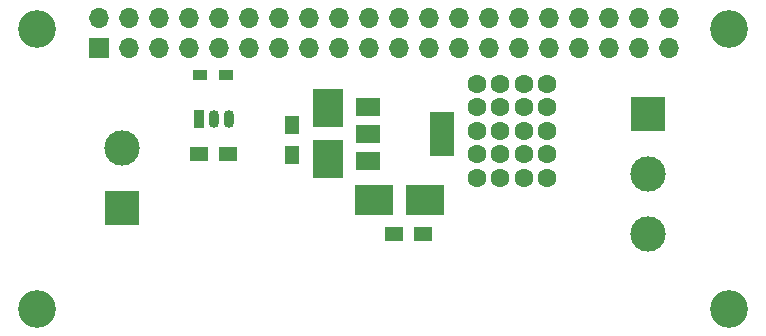
<source format=gts>
G04 #@! TF.GenerationSoftware,KiCad,Pcbnew,5.0.0-fee4fd1~66~ubuntu16.04.1*
G04 #@! TF.CreationDate,2018-08-08T16:47:19+03:00*
G04 #@! TF.ProjectId,rpi_zero_ws2812,7270695F7A65726F5F7773323831322E,rev?*
G04 #@! TF.SameCoordinates,Original*
G04 #@! TF.FileFunction,Soldermask,Top*
G04 #@! TF.FilePolarity,Negative*
%FSLAX46Y46*%
G04 Gerber Fmt 4.6, Leading zero omitted, Abs format (unit mm)*
G04 Created by KiCad (PCBNEW 5.0.0-fee4fd1~66~ubuntu16.04.1) date Wed Aug  8 16:47:19 2018*
%MOMM*%
%LPD*%
G01*
G04 APERTURE LIST*
%ADD10C,1.600000*%
%ADD11C,3.200000*%
%ADD12O,1.700000X1.700000*%
%ADD13R,1.700000X1.700000*%
%ADD14R,1.500000X1.250000*%
%ADD15R,3.200000X2.500000*%
%ADD16R,2.500000X3.200000*%
%ADD17R,1.250000X1.500000*%
%ADD18R,2.000000X1.500000*%
%ADD19R,2.000000X3.800000*%
%ADD20R,1.200000X0.900000*%
%ADD21R,0.900000X1.500000*%
%ADD22O,0.900000X1.500000*%
%ADD23R,2.999740X2.999740*%
%ADD24C,2.999740*%
G04 APERTURE END LIST*
D10*
G04 #@! TO.C,REF\002A\002A*
X155911880Y-95259420D03*
G04 #@! TD*
G04 #@! TO.C,REF\002A\002A*
X149911880Y-95259420D03*
G04 #@! TD*
G04 #@! TO.C,REF\002A\002A*
X151911880Y-95259420D03*
G04 #@! TD*
G04 #@! TO.C,REF\002A\002A*
X153911880Y-95259420D03*
G04 #@! TD*
G04 #@! TO.C,REF\002A\002A*
X155911880Y-87259420D03*
G04 #@! TD*
G04 #@! TO.C,REF\002A\002A*
X155911880Y-89259420D03*
G04 #@! TD*
G04 #@! TO.C,REF\002A\002A*
X155911880Y-91259420D03*
G04 #@! TD*
G04 #@! TO.C,REF\002A\002A*
X155911880Y-93259420D03*
G04 #@! TD*
G04 #@! TO.C,REF\002A\002A*
X153911880Y-87259420D03*
G04 #@! TD*
G04 #@! TO.C,REF\002A\002A*
X153911880Y-89259420D03*
G04 #@! TD*
G04 #@! TO.C,REF\002A\002A*
X153911880Y-91259420D03*
G04 #@! TD*
G04 #@! TO.C,REF\002A\002A*
X153911880Y-93259420D03*
G04 #@! TD*
G04 #@! TO.C,REF\002A\002A*
X151911880Y-87259420D03*
G04 #@! TD*
G04 #@! TO.C,REF\002A\002A*
X151911880Y-89259420D03*
G04 #@! TD*
G04 #@! TO.C,REF\002A\002A*
X151911880Y-91259420D03*
G04 #@! TD*
G04 #@! TO.C,REF\002A\002A*
X151911880Y-93259420D03*
G04 #@! TD*
G04 #@! TO.C,REF\002A\002A*
X149911880Y-87259420D03*
G04 #@! TD*
G04 #@! TO.C,REF\002A\002A*
X149911880Y-89259420D03*
G04 #@! TD*
G04 #@! TO.C,REF\002A\002A*
X149911880Y-91259420D03*
G04 #@! TD*
G04 #@! TO.C,REF\002A\002A*
X149911880Y-93259420D03*
G04 #@! TD*
D11*
G04 #@! TO.C,REF\002A\002A*
X112711880Y-82659420D03*
G04 #@! TD*
G04 #@! TO.C,REF\002A\002A*
X112711880Y-106359420D03*
G04 #@! TD*
G04 #@! TO.C,REF\002A\002A*
X171311880Y-106359420D03*
G04 #@! TD*
G04 #@! TO.C,REF\002A\002A*
X171311880Y-82659420D03*
G04 #@! TD*
D12*
G04 #@! TO.C,J1*
X166171880Y-81719420D03*
X166171880Y-84259420D03*
X163631880Y-81719420D03*
X163631880Y-84259420D03*
X161091880Y-81719420D03*
X161091880Y-84259420D03*
X158551880Y-81719420D03*
X158551880Y-84259420D03*
X156011880Y-81719420D03*
X156011880Y-84259420D03*
X153471880Y-81719420D03*
X153471880Y-84259420D03*
X150931880Y-81719420D03*
X150931880Y-84259420D03*
X148391880Y-81719420D03*
X148391880Y-84259420D03*
X145851880Y-81719420D03*
X145851880Y-84259420D03*
X143311880Y-81719420D03*
X143311880Y-84259420D03*
X140771880Y-81719420D03*
X140771880Y-84259420D03*
X138231880Y-81719420D03*
X138231880Y-84259420D03*
X135691880Y-81719420D03*
X135691880Y-84259420D03*
X133151880Y-81719420D03*
X133151880Y-84259420D03*
X130611880Y-81719420D03*
X130611880Y-84259420D03*
X128071880Y-81719420D03*
X128071880Y-84259420D03*
X125531880Y-81719420D03*
X125531880Y-84259420D03*
X122991880Y-81719420D03*
X122991880Y-84259420D03*
X120451880Y-81719420D03*
X120451880Y-84259420D03*
X117911880Y-81719420D03*
D13*
X117911880Y-84259420D03*
G04 #@! TD*
D14*
G04 #@! TO.C,C3*
X142911880Y-99959420D03*
X145411880Y-99959420D03*
G04 #@! TD*
D15*
G04 #@! TO.C,C4*
X145511880Y-97159420D03*
X141211880Y-97159420D03*
G04 #@! TD*
D16*
G04 #@! TO.C,C5*
X137361880Y-93609420D03*
X137361880Y-89309420D03*
G04 #@! TD*
D17*
G04 #@! TO.C,C6*
X134261880Y-90809420D03*
X134261880Y-93309420D03*
G04 #@! TD*
D18*
G04 #@! TO.C,U2*
X140711880Y-89259420D03*
X140711880Y-93859420D03*
X140711880Y-91559420D03*
D19*
X147011880Y-91559420D03*
G04 #@! TD*
D14*
G04 #@! TO.C,C7*
X126411880Y-93259420D03*
X128911880Y-93259420D03*
G04 #@! TD*
D20*
G04 #@! TO.C,R11*
X126461880Y-86509420D03*
X128661880Y-86509420D03*
G04 #@! TD*
D21*
G04 #@! TO.C,U3*
X126411880Y-90259420D03*
D22*
X128951880Y-90259420D03*
X127681880Y-90259420D03*
G04 #@! TD*
D23*
G04 #@! TO.C,J2*
X119911880Y-97759420D03*
D24*
X119911880Y-92679420D03*
G04 #@! TD*
D23*
G04 #@! TO.C,J4*
X164411880Y-89849420D03*
D24*
X164411880Y-94929420D03*
X164411880Y-100009420D03*
G04 #@! TD*
M02*

</source>
